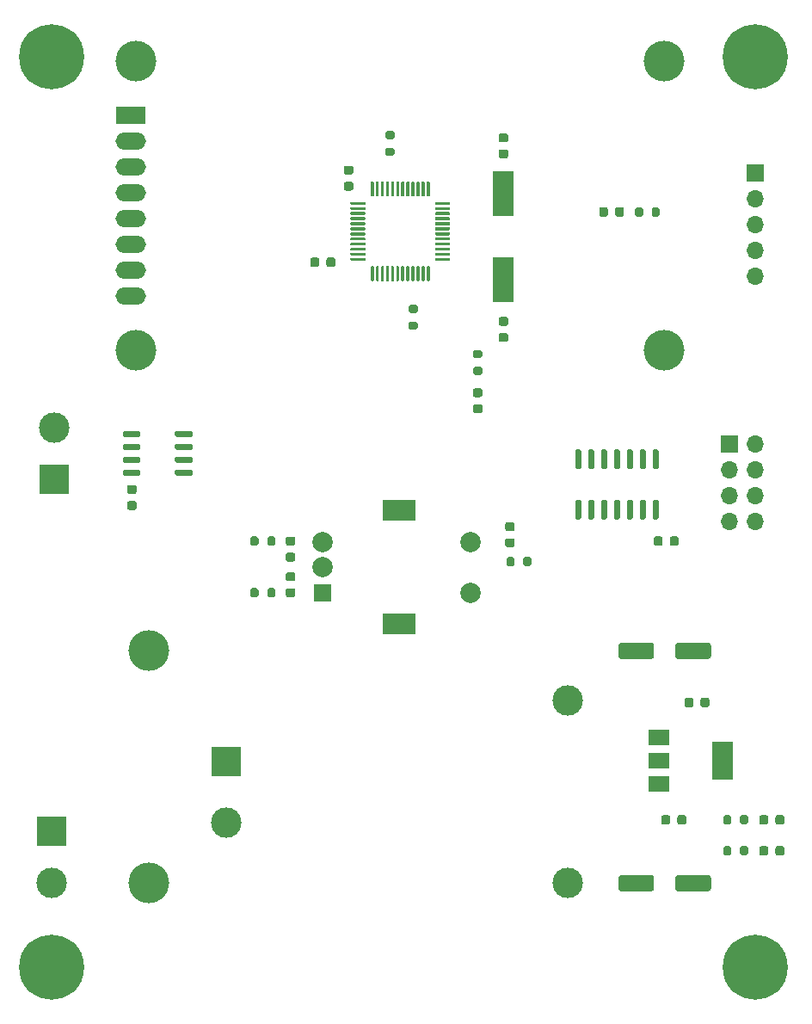
<source format=gts>
%TF.GenerationSoftware,KiCad,Pcbnew,5.1.8*%
%TF.CreationDate,2021-01-05T14:46:37+01:00*%
%TF.ProjectId,reflow-controller,7265666c-6f77-42d6-936f-6e74726f6c6c,rev?*%
%TF.SameCoordinates,Original*%
%TF.FileFunction,Soldermask,Top*%
%TF.FilePolarity,Negative*%
%FSLAX46Y46*%
G04 Gerber Fmt 4.6, Leading zero omitted, Abs format (unit mm)*
G04 Created by KiCad (PCBNEW 5.1.8) date 2021-01-05 14:46:37*
%MOMM*%
%LPD*%
G01*
G04 APERTURE LIST*
%ADD10O,3.000000X1.700000*%
%ADD11R,3.000000X1.700000*%
%ADD12C,4.000000*%
%ADD13C,6.400000*%
%ADD14C,3.000000*%
%ADD15R,3.000000X3.000000*%
%ADD16R,2.000000X1.500000*%
%ADD17R,2.000000X3.800000*%
%ADD18C,4.000500*%
%ADD19R,2.000000X4.500000*%
%ADD20R,1.800000X1.800000*%
%ADD21C,2.000000*%
%ADD22R,3.200000X2.000000*%
%ADD23O,1.700000X1.700000*%
%ADD24R,1.700000X1.700000*%
G04 APERTURE END LIST*
%TO.C,U1*%
G36*
G01*
X124820000Y-110180000D02*
X124820000Y-111505000D01*
G75*
G02*
X124745000Y-111580000I-75000J0D01*
G01*
X124595000Y-111580000D01*
G75*
G02*
X124520000Y-111505000I0J75000D01*
G01*
X124520000Y-110180000D01*
G75*
G02*
X124595000Y-110105000I75000J0D01*
G01*
X124745000Y-110105000D01*
G75*
G02*
X124820000Y-110180000I0J-75000D01*
G01*
G37*
G36*
G01*
X124320000Y-110180000D02*
X124320000Y-111505000D01*
G75*
G02*
X124245000Y-111580000I-75000J0D01*
G01*
X124095000Y-111580000D01*
G75*
G02*
X124020000Y-111505000I0J75000D01*
G01*
X124020000Y-110180000D01*
G75*
G02*
X124095000Y-110105000I75000J0D01*
G01*
X124245000Y-110105000D01*
G75*
G02*
X124320000Y-110180000I0J-75000D01*
G01*
G37*
G36*
G01*
X123820000Y-110180000D02*
X123820000Y-111505000D01*
G75*
G02*
X123745000Y-111580000I-75000J0D01*
G01*
X123595000Y-111580000D01*
G75*
G02*
X123520000Y-111505000I0J75000D01*
G01*
X123520000Y-110180000D01*
G75*
G02*
X123595000Y-110105000I75000J0D01*
G01*
X123745000Y-110105000D01*
G75*
G02*
X123820000Y-110180000I0J-75000D01*
G01*
G37*
G36*
G01*
X123320000Y-110180000D02*
X123320000Y-111505000D01*
G75*
G02*
X123245000Y-111580000I-75000J0D01*
G01*
X123095000Y-111580000D01*
G75*
G02*
X123020000Y-111505000I0J75000D01*
G01*
X123020000Y-110180000D01*
G75*
G02*
X123095000Y-110105000I75000J0D01*
G01*
X123245000Y-110105000D01*
G75*
G02*
X123320000Y-110180000I0J-75000D01*
G01*
G37*
G36*
G01*
X122820000Y-110180000D02*
X122820000Y-111505000D01*
G75*
G02*
X122745000Y-111580000I-75000J0D01*
G01*
X122595000Y-111580000D01*
G75*
G02*
X122520000Y-111505000I0J75000D01*
G01*
X122520000Y-110180000D01*
G75*
G02*
X122595000Y-110105000I75000J0D01*
G01*
X122745000Y-110105000D01*
G75*
G02*
X122820000Y-110180000I0J-75000D01*
G01*
G37*
G36*
G01*
X122320000Y-110180000D02*
X122320000Y-111505000D01*
G75*
G02*
X122245000Y-111580000I-75000J0D01*
G01*
X122095000Y-111580000D01*
G75*
G02*
X122020000Y-111505000I0J75000D01*
G01*
X122020000Y-110180000D01*
G75*
G02*
X122095000Y-110105000I75000J0D01*
G01*
X122245000Y-110105000D01*
G75*
G02*
X122320000Y-110180000I0J-75000D01*
G01*
G37*
G36*
G01*
X121820000Y-110180000D02*
X121820000Y-111505000D01*
G75*
G02*
X121745000Y-111580000I-75000J0D01*
G01*
X121595000Y-111580000D01*
G75*
G02*
X121520000Y-111505000I0J75000D01*
G01*
X121520000Y-110180000D01*
G75*
G02*
X121595000Y-110105000I75000J0D01*
G01*
X121745000Y-110105000D01*
G75*
G02*
X121820000Y-110180000I0J-75000D01*
G01*
G37*
G36*
G01*
X121320000Y-110180000D02*
X121320000Y-111505000D01*
G75*
G02*
X121245000Y-111580000I-75000J0D01*
G01*
X121095000Y-111580000D01*
G75*
G02*
X121020000Y-111505000I0J75000D01*
G01*
X121020000Y-110180000D01*
G75*
G02*
X121095000Y-110105000I75000J0D01*
G01*
X121245000Y-110105000D01*
G75*
G02*
X121320000Y-110180000I0J-75000D01*
G01*
G37*
G36*
G01*
X120820000Y-110180000D02*
X120820000Y-111505000D01*
G75*
G02*
X120745000Y-111580000I-75000J0D01*
G01*
X120595000Y-111580000D01*
G75*
G02*
X120520000Y-111505000I0J75000D01*
G01*
X120520000Y-110180000D01*
G75*
G02*
X120595000Y-110105000I75000J0D01*
G01*
X120745000Y-110105000D01*
G75*
G02*
X120820000Y-110180000I0J-75000D01*
G01*
G37*
G36*
G01*
X120320000Y-110180000D02*
X120320000Y-111505000D01*
G75*
G02*
X120245000Y-111580000I-75000J0D01*
G01*
X120095000Y-111580000D01*
G75*
G02*
X120020000Y-111505000I0J75000D01*
G01*
X120020000Y-110180000D01*
G75*
G02*
X120095000Y-110105000I75000J0D01*
G01*
X120245000Y-110105000D01*
G75*
G02*
X120320000Y-110180000I0J-75000D01*
G01*
G37*
G36*
G01*
X119820000Y-110180000D02*
X119820000Y-111505000D01*
G75*
G02*
X119745000Y-111580000I-75000J0D01*
G01*
X119595000Y-111580000D01*
G75*
G02*
X119520000Y-111505000I0J75000D01*
G01*
X119520000Y-110180000D01*
G75*
G02*
X119595000Y-110105000I75000J0D01*
G01*
X119745000Y-110105000D01*
G75*
G02*
X119820000Y-110180000I0J-75000D01*
G01*
G37*
G36*
G01*
X119320000Y-110180000D02*
X119320000Y-111505000D01*
G75*
G02*
X119245000Y-111580000I-75000J0D01*
G01*
X119095000Y-111580000D01*
G75*
G02*
X119020000Y-111505000I0J75000D01*
G01*
X119020000Y-110180000D01*
G75*
G02*
X119095000Y-110105000I75000J0D01*
G01*
X119245000Y-110105000D01*
G75*
G02*
X119320000Y-110180000I0J-75000D01*
G01*
G37*
G36*
G01*
X118495000Y-109355000D02*
X118495000Y-109505000D01*
G75*
G02*
X118420000Y-109580000I-75000J0D01*
G01*
X117095000Y-109580000D01*
G75*
G02*
X117020000Y-109505000I0J75000D01*
G01*
X117020000Y-109355000D01*
G75*
G02*
X117095000Y-109280000I75000J0D01*
G01*
X118420000Y-109280000D01*
G75*
G02*
X118495000Y-109355000I0J-75000D01*
G01*
G37*
G36*
G01*
X118495000Y-108855000D02*
X118495000Y-109005000D01*
G75*
G02*
X118420000Y-109080000I-75000J0D01*
G01*
X117095000Y-109080000D01*
G75*
G02*
X117020000Y-109005000I0J75000D01*
G01*
X117020000Y-108855000D01*
G75*
G02*
X117095000Y-108780000I75000J0D01*
G01*
X118420000Y-108780000D01*
G75*
G02*
X118495000Y-108855000I0J-75000D01*
G01*
G37*
G36*
G01*
X118495000Y-108355000D02*
X118495000Y-108505000D01*
G75*
G02*
X118420000Y-108580000I-75000J0D01*
G01*
X117095000Y-108580000D01*
G75*
G02*
X117020000Y-108505000I0J75000D01*
G01*
X117020000Y-108355000D01*
G75*
G02*
X117095000Y-108280000I75000J0D01*
G01*
X118420000Y-108280000D01*
G75*
G02*
X118495000Y-108355000I0J-75000D01*
G01*
G37*
G36*
G01*
X118495000Y-107855000D02*
X118495000Y-108005000D01*
G75*
G02*
X118420000Y-108080000I-75000J0D01*
G01*
X117095000Y-108080000D01*
G75*
G02*
X117020000Y-108005000I0J75000D01*
G01*
X117020000Y-107855000D01*
G75*
G02*
X117095000Y-107780000I75000J0D01*
G01*
X118420000Y-107780000D01*
G75*
G02*
X118495000Y-107855000I0J-75000D01*
G01*
G37*
G36*
G01*
X118495000Y-107355000D02*
X118495000Y-107505000D01*
G75*
G02*
X118420000Y-107580000I-75000J0D01*
G01*
X117095000Y-107580000D01*
G75*
G02*
X117020000Y-107505000I0J75000D01*
G01*
X117020000Y-107355000D01*
G75*
G02*
X117095000Y-107280000I75000J0D01*
G01*
X118420000Y-107280000D01*
G75*
G02*
X118495000Y-107355000I0J-75000D01*
G01*
G37*
G36*
G01*
X118495000Y-106855000D02*
X118495000Y-107005000D01*
G75*
G02*
X118420000Y-107080000I-75000J0D01*
G01*
X117095000Y-107080000D01*
G75*
G02*
X117020000Y-107005000I0J75000D01*
G01*
X117020000Y-106855000D01*
G75*
G02*
X117095000Y-106780000I75000J0D01*
G01*
X118420000Y-106780000D01*
G75*
G02*
X118495000Y-106855000I0J-75000D01*
G01*
G37*
G36*
G01*
X118495000Y-106355000D02*
X118495000Y-106505000D01*
G75*
G02*
X118420000Y-106580000I-75000J0D01*
G01*
X117095000Y-106580000D01*
G75*
G02*
X117020000Y-106505000I0J75000D01*
G01*
X117020000Y-106355000D01*
G75*
G02*
X117095000Y-106280000I75000J0D01*
G01*
X118420000Y-106280000D01*
G75*
G02*
X118495000Y-106355000I0J-75000D01*
G01*
G37*
G36*
G01*
X118495000Y-105855000D02*
X118495000Y-106005000D01*
G75*
G02*
X118420000Y-106080000I-75000J0D01*
G01*
X117095000Y-106080000D01*
G75*
G02*
X117020000Y-106005000I0J75000D01*
G01*
X117020000Y-105855000D01*
G75*
G02*
X117095000Y-105780000I75000J0D01*
G01*
X118420000Y-105780000D01*
G75*
G02*
X118495000Y-105855000I0J-75000D01*
G01*
G37*
G36*
G01*
X118495000Y-105355000D02*
X118495000Y-105505000D01*
G75*
G02*
X118420000Y-105580000I-75000J0D01*
G01*
X117095000Y-105580000D01*
G75*
G02*
X117020000Y-105505000I0J75000D01*
G01*
X117020000Y-105355000D01*
G75*
G02*
X117095000Y-105280000I75000J0D01*
G01*
X118420000Y-105280000D01*
G75*
G02*
X118495000Y-105355000I0J-75000D01*
G01*
G37*
G36*
G01*
X118495000Y-104855000D02*
X118495000Y-105005000D01*
G75*
G02*
X118420000Y-105080000I-75000J0D01*
G01*
X117095000Y-105080000D01*
G75*
G02*
X117020000Y-105005000I0J75000D01*
G01*
X117020000Y-104855000D01*
G75*
G02*
X117095000Y-104780000I75000J0D01*
G01*
X118420000Y-104780000D01*
G75*
G02*
X118495000Y-104855000I0J-75000D01*
G01*
G37*
G36*
G01*
X118495000Y-104355000D02*
X118495000Y-104505000D01*
G75*
G02*
X118420000Y-104580000I-75000J0D01*
G01*
X117095000Y-104580000D01*
G75*
G02*
X117020000Y-104505000I0J75000D01*
G01*
X117020000Y-104355000D01*
G75*
G02*
X117095000Y-104280000I75000J0D01*
G01*
X118420000Y-104280000D01*
G75*
G02*
X118495000Y-104355000I0J-75000D01*
G01*
G37*
G36*
G01*
X118495000Y-103855000D02*
X118495000Y-104005000D01*
G75*
G02*
X118420000Y-104080000I-75000J0D01*
G01*
X117095000Y-104080000D01*
G75*
G02*
X117020000Y-104005000I0J75000D01*
G01*
X117020000Y-103855000D01*
G75*
G02*
X117095000Y-103780000I75000J0D01*
G01*
X118420000Y-103780000D01*
G75*
G02*
X118495000Y-103855000I0J-75000D01*
G01*
G37*
G36*
G01*
X119320000Y-101855000D02*
X119320000Y-103180000D01*
G75*
G02*
X119245000Y-103255000I-75000J0D01*
G01*
X119095000Y-103255000D01*
G75*
G02*
X119020000Y-103180000I0J75000D01*
G01*
X119020000Y-101855000D01*
G75*
G02*
X119095000Y-101780000I75000J0D01*
G01*
X119245000Y-101780000D01*
G75*
G02*
X119320000Y-101855000I0J-75000D01*
G01*
G37*
G36*
G01*
X119820000Y-101855000D02*
X119820000Y-103180000D01*
G75*
G02*
X119745000Y-103255000I-75000J0D01*
G01*
X119595000Y-103255000D01*
G75*
G02*
X119520000Y-103180000I0J75000D01*
G01*
X119520000Y-101855000D01*
G75*
G02*
X119595000Y-101780000I75000J0D01*
G01*
X119745000Y-101780000D01*
G75*
G02*
X119820000Y-101855000I0J-75000D01*
G01*
G37*
G36*
G01*
X120320000Y-101855000D02*
X120320000Y-103180000D01*
G75*
G02*
X120245000Y-103255000I-75000J0D01*
G01*
X120095000Y-103255000D01*
G75*
G02*
X120020000Y-103180000I0J75000D01*
G01*
X120020000Y-101855000D01*
G75*
G02*
X120095000Y-101780000I75000J0D01*
G01*
X120245000Y-101780000D01*
G75*
G02*
X120320000Y-101855000I0J-75000D01*
G01*
G37*
G36*
G01*
X120820000Y-101855000D02*
X120820000Y-103180000D01*
G75*
G02*
X120745000Y-103255000I-75000J0D01*
G01*
X120595000Y-103255000D01*
G75*
G02*
X120520000Y-103180000I0J75000D01*
G01*
X120520000Y-101855000D01*
G75*
G02*
X120595000Y-101780000I75000J0D01*
G01*
X120745000Y-101780000D01*
G75*
G02*
X120820000Y-101855000I0J-75000D01*
G01*
G37*
G36*
G01*
X121320000Y-101855000D02*
X121320000Y-103180000D01*
G75*
G02*
X121245000Y-103255000I-75000J0D01*
G01*
X121095000Y-103255000D01*
G75*
G02*
X121020000Y-103180000I0J75000D01*
G01*
X121020000Y-101855000D01*
G75*
G02*
X121095000Y-101780000I75000J0D01*
G01*
X121245000Y-101780000D01*
G75*
G02*
X121320000Y-101855000I0J-75000D01*
G01*
G37*
G36*
G01*
X121820000Y-101855000D02*
X121820000Y-103180000D01*
G75*
G02*
X121745000Y-103255000I-75000J0D01*
G01*
X121595000Y-103255000D01*
G75*
G02*
X121520000Y-103180000I0J75000D01*
G01*
X121520000Y-101855000D01*
G75*
G02*
X121595000Y-101780000I75000J0D01*
G01*
X121745000Y-101780000D01*
G75*
G02*
X121820000Y-101855000I0J-75000D01*
G01*
G37*
G36*
G01*
X122320000Y-101855000D02*
X122320000Y-103180000D01*
G75*
G02*
X122245000Y-103255000I-75000J0D01*
G01*
X122095000Y-103255000D01*
G75*
G02*
X122020000Y-103180000I0J75000D01*
G01*
X122020000Y-101855000D01*
G75*
G02*
X122095000Y-101780000I75000J0D01*
G01*
X122245000Y-101780000D01*
G75*
G02*
X122320000Y-101855000I0J-75000D01*
G01*
G37*
G36*
G01*
X122820000Y-101855000D02*
X122820000Y-103180000D01*
G75*
G02*
X122745000Y-103255000I-75000J0D01*
G01*
X122595000Y-103255000D01*
G75*
G02*
X122520000Y-103180000I0J75000D01*
G01*
X122520000Y-101855000D01*
G75*
G02*
X122595000Y-101780000I75000J0D01*
G01*
X122745000Y-101780000D01*
G75*
G02*
X122820000Y-101855000I0J-75000D01*
G01*
G37*
G36*
G01*
X123320000Y-101855000D02*
X123320000Y-103180000D01*
G75*
G02*
X123245000Y-103255000I-75000J0D01*
G01*
X123095000Y-103255000D01*
G75*
G02*
X123020000Y-103180000I0J75000D01*
G01*
X123020000Y-101855000D01*
G75*
G02*
X123095000Y-101780000I75000J0D01*
G01*
X123245000Y-101780000D01*
G75*
G02*
X123320000Y-101855000I0J-75000D01*
G01*
G37*
G36*
G01*
X123820000Y-101855000D02*
X123820000Y-103180000D01*
G75*
G02*
X123745000Y-103255000I-75000J0D01*
G01*
X123595000Y-103255000D01*
G75*
G02*
X123520000Y-103180000I0J75000D01*
G01*
X123520000Y-101855000D01*
G75*
G02*
X123595000Y-101780000I75000J0D01*
G01*
X123745000Y-101780000D01*
G75*
G02*
X123820000Y-101855000I0J-75000D01*
G01*
G37*
G36*
G01*
X124320000Y-101855000D02*
X124320000Y-103180000D01*
G75*
G02*
X124245000Y-103255000I-75000J0D01*
G01*
X124095000Y-103255000D01*
G75*
G02*
X124020000Y-103180000I0J75000D01*
G01*
X124020000Y-101855000D01*
G75*
G02*
X124095000Y-101780000I75000J0D01*
G01*
X124245000Y-101780000D01*
G75*
G02*
X124320000Y-101855000I0J-75000D01*
G01*
G37*
G36*
G01*
X124820000Y-101855000D02*
X124820000Y-103180000D01*
G75*
G02*
X124745000Y-103255000I-75000J0D01*
G01*
X124595000Y-103255000D01*
G75*
G02*
X124520000Y-103180000I0J75000D01*
G01*
X124520000Y-101855000D01*
G75*
G02*
X124595000Y-101780000I75000J0D01*
G01*
X124745000Y-101780000D01*
G75*
G02*
X124820000Y-101855000I0J-75000D01*
G01*
G37*
G36*
G01*
X126820000Y-103855000D02*
X126820000Y-104005000D01*
G75*
G02*
X126745000Y-104080000I-75000J0D01*
G01*
X125420000Y-104080000D01*
G75*
G02*
X125345000Y-104005000I0J75000D01*
G01*
X125345000Y-103855000D01*
G75*
G02*
X125420000Y-103780000I75000J0D01*
G01*
X126745000Y-103780000D01*
G75*
G02*
X126820000Y-103855000I0J-75000D01*
G01*
G37*
G36*
G01*
X126820000Y-104355000D02*
X126820000Y-104505000D01*
G75*
G02*
X126745000Y-104580000I-75000J0D01*
G01*
X125420000Y-104580000D01*
G75*
G02*
X125345000Y-104505000I0J75000D01*
G01*
X125345000Y-104355000D01*
G75*
G02*
X125420000Y-104280000I75000J0D01*
G01*
X126745000Y-104280000D01*
G75*
G02*
X126820000Y-104355000I0J-75000D01*
G01*
G37*
G36*
G01*
X126820000Y-104855000D02*
X126820000Y-105005000D01*
G75*
G02*
X126745000Y-105080000I-75000J0D01*
G01*
X125420000Y-105080000D01*
G75*
G02*
X125345000Y-105005000I0J75000D01*
G01*
X125345000Y-104855000D01*
G75*
G02*
X125420000Y-104780000I75000J0D01*
G01*
X126745000Y-104780000D01*
G75*
G02*
X126820000Y-104855000I0J-75000D01*
G01*
G37*
G36*
G01*
X126820000Y-105355000D02*
X126820000Y-105505000D01*
G75*
G02*
X126745000Y-105580000I-75000J0D01*
G01*
X125420000Y-105580000D01*
G75*
G02*
X125345000Y-105505000I0J75000D01*
G01*
X125345000Y-105355000D01*
G75*
G02*
X125420000Y-105280000I75000J0D01*
G01*
X126745000Y-105280000D01*
G75*
G02*
X126820000Y-105355000I0J-75000D01*
G01*
G37*
G36*
G01*
X126820000Y-105855000D02*
X126820000Y-106005000D01*
G75*
G02*
X126745000Y-106080000I-75000J0D01*
G01*
X125420000Y-106080000D01*
G75*
G02*
X125345000Y-106005000I0J75000D01*
G01*
X125345000Y-105855000D01*
G75*
G02*
X125420000Y-105780000I75000J0D01*
G01*
X126745000Y-105780000D01*
G75*
G02*
X126820000Y-105855000I0J-75000D01*
G01*
G37*
G36*
G01*
X126820000Y-106355000D02*
X126820000Y-106505000D01*
G75*
G02*
X126745000Y-106580000I-75000J0D01*
G01*
X125420000Y-106580000D01*
G75*
G02*
X125345000Y-106505000I0J75000D01*
G01*
X125345000Y-106355000D01*
G75*
G02*
X125420000Y-106280000I75000J0D01*
G01*
X126745000Y-106280000D01*
G75*
G02*
X126820000Y-106355000I0J-75000D01*
G01*
G37*
G36*
G01*
X126820000Y-106855000D02*
X126820000Y-107005000D01*
G75*
G02*
X126745000Y-107080000I-75000J0D01*
G01*
X125420000Y-107080000D01*
G75*
G02*
X125345000Y-107005000I0J75000D01*
G01*
X125345000Y-106855000D01*
G75*
G02*
X125420000Y-106780000I75000J0D01*
G01*
X126745000Y-106780000D01*
G75*
G02*
X126820000Y-106855000I0J-75000D01*
G01*
G37*
G36*
G01*
X126820000Y-107355000D02*
X126820000Y-107505000D01*
G75*
G02*
X126745000Y-107580000I-75000J0D01*
G01*
X125420000Y-107580000D01*
G75*
G02*
X125345000Y-107505000I0J75000D01*
G01*
X125345000Y-107355000D01*
G75*
G02*
X125420000Y-107280000I75000J0D01*
G01*
X126745000Y-107280000D01*
G75*
G02*
X126820000Y-107355000I0J-75000D01*
G01*
G37*
G36*
G01*
X126820000Y-107855000D02*
X126820000Y-108005000D01*
G75*
G02*
X126745000Y-108080000I-75000J0D01*
G01*
X125420000Y-108080000D01*
G75*
G02*
X125345000Y-108005000I0J75000D01*
G01*
X125345000Y-107855000D01*
G75*
G02*
X125420000Y-107780000I75000J0D01*
G01*
X126745000Y-107780000D01*
G75*
G02*
X126820000Y-107855000I0J-75000D01*
G01*
G37*
G36*
G01*
X126820000Y-108355000D02*
X126820000Y-108505000D01*
G75*
G02*
X126745000Y-108580000I-75000J0D01*
G01*
X125420000Y-108580000D01*
G75*
G02*
X125345000Y-108505000I0J75000D01*
G01*
X125345000Y-108355000D01*
G75*
G02*
X125420000Y-108280000I75000J0D01*
G01*
X126745000Y-108280000D01*
G75*
G02*
X126820000Y-108355000I0J-75000D01*
G01*
G37*
G36*
G01*
X126820000Y-108855000D02*
X126820000Y-109005000D01*
G75*
G02*
X126745000Y-109080000I-75000J0D01*
G01*
X125420000Y-109080000D01*
G75*
G02*
X125345000Y-109005000I0J75000D01*
G01*
X125345000Y-108855000D01*
G75*
G02*
X125420000Y-108780000I75000J0D01*
G01*
X126745000Y-108780000D01*
G75*
G02*
X126820000Y-108855000I0J-75000D01*
G01*
G37*
G36*
G01*
X126820000Y-109355000D02*
X126820000Y-109505000D01*
G75*
G02*
X126745000Y-109580000I-75000J0D01*
G01*
X125420000Y-109580000D01*
G75*
G02*
X125345000Y-109505000I0J75000D01*
G01*
X125345000Y-109355000D01*
G75*
G02*
X125420000Y-109280000I75000J0D01*
G01*
X126745000Y-109280000D01*
G75*
G02*
X126820000Y-109355000I0J-75000D01*
G01*
G37*
%TD*%
D10*
%TO.C,J4*%
X95420000Y-113030000D03*
X95420000Y-110490000D03*
X95420000Y-107950000D03*
D11*
X95420000Y-95250000D03*
D10*
X95420000Y-97790000D03*
X95420000Y-100330000D03*
X95420000Y-102870000D03*
X95420000Y-105410000D03*
D12*
X147920000Y-118390000D03*
X147920000Y-89890000D03*
X95920000Y-118390000D03*
X95920000Y-89890000D03*
%TD*%
%TO.C,R9*%
G36*
G01*
X133179000Y-138917000D02*
X133179000Y-139467000D01*
G75*
G02*
X132979000Y-139667000I-200000J0D01*
G01*
X132579000Y-139667000D01*
G75*
G02*
X132379000Y-139467000I0J200000D01*
G01*
X132379000Y-138917000D01*
G75*
G02*
X132579000Y-138717000I200000J0D01*
G01*
X132979000Y-138717000D01*
G75*
G02*
X133179000Y-138917000I0J-200000D01*
G01*
G37*
G36*
G01*
X134829000Y-138917000D02*
X134829000Y-139467000D01*
G75*
G02*
X134629000Y-139667000I-200000J0D01*
G01*
X134229000Y-139667000D01*
G75*
G02*
X134029000Y-139467000I0J200000D01*
G01*
X134029000Y-138917000D01*
G75*
G02*
X134229000Y-138717000I200000J0D01*
G01*
X134629000Y-138717000D01*
G75*
G02*
X134829000Y-138917000I0J-200000D01*
G01*
G37*
%TD*%
%TO.C,R8*%
G36*
G01*
X108820000Y-137435000D02*
X108820000Y-136885000D01*
G75*
G02*
X109020000Y-136685000I200000J0D01*
G01*
X109420000Y-136685000D01*
G75*
G02*
X109620000Y-136885000I0J-200000D01*
G01*
X109620000Y-137435000D01*
G75*
G02*
X109420000Y-137635000I-200000J0D01*
G01*
X109020000Y-137635000D01*
G75*
G02*
X108820000Y-137435000I0J200000D01*
G01*
G37*
G36*
G01*
X107170000Y-137435000D02*
X107170000Y-136885000D01*
G75*
G02*
X107370000Y-136685000I200000J0D01*
G01*
X107770000Y-136685000D01*
G75*
G02*
X107970000Y-136885000I0J-200000D01*
G01*
X107970000Y-137435000D01*
G75*
G02*
X107770000Y-137635000I-200000J0D01*
G01*
X107370000Y-137635000D01*
G75*
G02*
X107170000Y-137435000I0J200000D01*
G01*
G37*
%TD*%
%TO.C,R7*%
G36*
G01*
X108820000Y-142515000D02*
X108820000Y-141965000D01*
G75*
G02*
X109020000Y-141765000I200000J0D01*
G01*
X109420000Y-141765000D01*
G75*
G02*
X109620000Y-141965000I0J-200000D01*
G01*
X109620000Y-142515000D01*
G75*
G02*
X109420000Y-142715000I-200000J0D01*
G01*
X109020000Y-142715000D01*
G75*
G02*
X108820000Y-142515000I0J200000D01*
G01*
G37*
G36*
G01*
X107170000Y-142515000D02*
X107170000Y-141965000D01*
G75*
G02*
X107370000Y-141765000I200000J0D01*
G01*
X107770000Y-141765000D01*
G75*
G02*
X107970000Y-141965000I0J-200000D01*
G01*
X107970000Y-142515000D01*
G75*
G02*
X107770000Y-142715000I-200000J0D01*
G01*
X107370000Y-142715000D01*
G75*
G02*
X107170000Y-142515000I0J200000D01*
G01*
G37*
%TD*%
%TO.C,R6*%
G36*
G01*
X155365000Y-164867000D02*
X155365000Y-164317000D01*
G75*
G02*
X155565000Y-164117000I200000J0D01*
G01*
X155965000Y-164117000D01*
G75*
G02*
X156165000Y-164317000I0J-200000D01*
G01*
X156165000Y-164867000D01*
G75*
G02*
X155965000Y-165067000I-200000J0D01*
G01*
X155565000Y-165067000D01*
G75*
G02*
X155365000Y-164867000I0J200000D01*
G01*
G37*
G36*
G01*
X153715000Y-164867000D02*
X153715000Y-164317000D01*
G75*
G02*
X153915000Y-164117000I200000J0D01*
G01*
X154315000Y-164117000D01*
G75*
G02*
X154515000Y-164317000I0J-200000D01*
G01*
X154515000Y-164867000D01*
G75*
G02*
X154315000Y-165067000I-200000J0D01*
G01*
X153915000Y-165067000D01*
G75*
G02*
X153715000Y-164867000I0J200000D01*
G01*
G37*
%TD*%
%TO.C,R5*%
G36*
G01*
X155365000Y-167915000D02*
X155365000Y-167365000D01*
G75*
G02*
X155565000Y-167165000I200000J0D01*
G01*
X155965000Y-167165000D01*
G75*
G02*
X156165000Y-167365000I0J-200000D01*
G01*
X156165000Y-167915000D01*
G75*
G02*
X155965000Y-168115000I-200000J0D01*
G01*
X155565000Y-168115000D01*
G75*
G02*
X155365000Y-167915000I0J200000D01*
G01*
G37*
G36*
G01*
X153715000Y-167915000D02*
X153715000Y-167365000D01*
G75*
G02*
X153915000Y-167165000I200000J0D01*
G01*
X154315000Y-167165000D01*
G75*
G02*
X154515000Y-167365000I0J-200000D01*
G01*
X154515000Y-167915000D01*
G75*
G02*
X154315000Y-168115000I-200000J0D01*
G01*
X153915000Y-168115000D01*
G75*
G02*
X153715000Y-167915000I0J200000D01*
G01*
G37*
%TD*%
%TO.C,R4*%
G36*
G01*
X129265000Y-119995000D02*
X129815000Y-119995000D01*
G75*
G02*
X130015000Y-120195000I0J-200000D01*
G01*
X130015000Y-120595000D01*
G75*
G02*
X129815000Y-120795000I-200000J0D01*
G01*
X129265000Y-120795000D01*
G75*
G02*
X129065000Y-120595000I0J200000D01*
G01*
X129065000Y-120195000D01*
G75*
G02*
X129265000Y-119995000I200000J0D01*
G01*
G37*
G36*
G01*
X129265000Y-118345000D02*
X129815000Y-118345000D01*
G75*
G02*
X130015000Y-118545000I0J-200000D01*
G01*
X130015000Y-118945000D01*
G75*
G02*
X129815000Y-119145000I-200000J0D01*
G01*
X129265000Y-119145000D01*
G75*
G02*
X129065000Y-118945000I0J200000D01*
G01*
X129065000Y-118545000D01*
G75*
G02*
X129265000Y-118345000I200000J0D01*
G01*
G37*
%TD*%
%TO.C,R3*%
G36*
G01*
X122915000Y-115550000D02*
X123465000Y-115550000D01*
G75*
G02*
X123665000Y-115750000I0J-200000D01*
G01*
X123665000Y-116150000D01*
G75*
G02*
X123465000Y-116350000I-200000J0D01*
G01*
X122915000Y-116350000D01*
G75*
G02*
X122715000Y-116150000I0J200000D01*
G01*
X122715000Y-115750000D01*
G75*
G02*
X122915000Y-115550000I200000J0D01*
G01*
G37*
G36*
G01*
X122915000Y-113900000D02*
X123465000Y-113900000D01*
G75*
G02*
X123665000Y-114100000I0J-200000D01*
G01*
X123665000Y-114500000D01*
G75*
G02*
X123465000Y-114700000I-200000J0D01*
G01*
X122915000Y-114700000D01*
G75*
G02*
X122715000Y-114500000I0J200000D01*
G01*
X122715000Y-114100000D01*
G75*
G02*
X122915000Y-113900000I200000J0D01*
G01*
G37*
%TD*%
%TO.C,R2*%
G36*
G01*
X121179000Y-97619000D02*
X120629000Y-97619000D01*
G75*
G02*
X120429000Y-97419000I0J200000D01*
G01*
X120429000Y-97019000D01*
G75*
G02*
X120629000Y-96819000I200000J0D01*
G01*
X121179000Y-96819000D01*
G75*
G02*
X121379000Y-97019000I0J-200000D01*
G01*
X121379000Y-97419000D01*
G75*
G02*
X121179000Y-97619000I-200000J0D01*
G01*
G37*
G36*
G01*
X121179000Y-99269000D02*
X120629000Y-99269000D01*
G75*
G02*
X120429000Y-99069000I0J200000D01*
G01*
X120429000Y-98669000D01*
G75*
G02*
X120629000Y-98469000I200000J0D01*
G01*
X121179000Y-98469000D01*
G75*
G02*
X121379000Y-98669000I0J-200000D01*
G01*
X121379000Y-99069000D01*
G75*
G02*
X121179000Y-99269000I-200000J0D01*
G01*
G37*
%TD*%
%TO.C,R1*%
G36*
G01*
X145815000Y-104500000D02*
X145815000Y-105050000D01*
G75*
G02*
X145615000Y-105250000I-200000J0D01*
G01*
X145215000Y-105250000D01*
G75*
G02*
X145015000Y-105050000I0J200000D01*
G01*
X145015000Y-104500000D01*
G75*
G02*
X145215000Y-104300000I200000J0D01*
G01*
X145615000Y-104300000D01*
G75*
G02*
X145815000Y-104500000I0J-200000D01*
G01*
G37*
G36*
G01*
X147465000Y-104500000D02*
X147465000Y-105050000D01*
G75*
G02*
X147265000Y-105250000I-200000J0D01*
G01*
X146865000Y-105250000D01*
G75*
G02*
X146665000Y-105050000I0J200000D01*
G01*
X146665000Y-104500000D01*
G75*
G02*
X146865000Y-104300000I200000J0D01*
G01*
X147265000Y-104300000D01*
G75*
G02*
X147465000Y-104500000I0J-200000D01*
G01*
G37*
%TD*%
D13*
%TO.C,REF\u002A\u002A*%
X87630000Y-89535000D03*
%TD*%
%TO.C,REF\u002A\u002A*%
X156845000Y-89535000D03*
%TD*%
%TO.C,REF\u002A\u002A*%
X156845000Y-179070000D03*
%TD*%
%TO.C,REF\u002A\u002A*%
X87630000Y-179070000D03*
%TD*%
D14*
%TO.C,PS1*%
X138375000Y-170815000D03*
X138375000Y-152815000D03*
X104775000Y-164815000D03*
D15*
X104775000Y-158815000D03*
%TD*%
%TO.C,U3*%
G36*
G01*
X146916000Y-133072000D02*
X147216000Y-133072000D01*
G75*
G02*
X147366000Y-133222000I0J-150000D01*
G01*
X147366000Y-134872000D01*
G75*
G02*
X147216000Y-135022000I-150000J0D01*
G01*
X146916000Y-135022000D01*
G75*
G02*
X146766000Y-134872000I0J150000D01*
G01*
X146766000Y-133222000D01*
G75*
G02*
X146916000Y-133072000I150000J0D01*
G01*
G37*
G36*
G01*
X145646000Y-133072000D02*
X145946000Y-133072000D01*
G75*
G02*
X146096000Y-133222000I0J-150000D01*
G01*
X146096000Y-134872000D01*
G75*
G02*
X145946000Y-135022000I-150000J0D01*
G01*
X145646000Y-135022000D01*
G75*
G02*
X145496000Y-134872000I0J150000D01*
G01*
X145496000Y-133222000D01*
G75*
G02*
X145646000Y-133072000I150000J0D01*
G01*
G37*
G36*
G01*
X144376000Y-133072000D02*
X144676000Y-133072000D01*
G75*
G02*
X144826000Y-133222000I0J-150000D01*
G01*
X144826000Y-134872000D01*
G75*
G02*
X144676000Y-135022000I-150000J0D01*
G01*
X144376000Y-135022000D01*
G75*
G02*
X144226000Y-134872000I0J150000D01*
G01*
X144226000Y-133222000D01*
G75*
G02*
X144376000Y-133072000I150000J0D01*
G01*
G37*
G36*
G01*
X143106000Y-133072000D02*
X143406000Y-133072000D01*
G75*
G02*
X143556000Y-133222000I0J-150000D01*
G01*
X143556000Y-134872000D01*
G75*
G02*
X143406000Y-135022000I-150000J0D01*
G01*
X143106000Y-135022000D01*
G75*
G02*
X142956000Y-134872000I0J150000D01*
G01*
X142956000Y-133222000D01*
G75*
G02*
X143106000Y-133072000I150000J0D01*
G01*
G37*
G36*
G01*
X141836000Y-133072000D02*
X142136000Y-133072000D01*
G75*
G02*
X142286000Y-133222000I0J-150000D01*
G01*
X142286000Y-134872000D01*
G75*
G02*
X142136000Y-135022000I-150000J0D01*
G01*
X141836000Y-135022000D01*
G75*
G02*
X141686000Y-134872000I0J150000D01*
G01*
X141686000Y-133222000D01*
G75*
G02*
X141836000Y-133072000I150000J0D01*
G01*
G37*
G36*
G01*
X140566000Y-133072000D02*
X140866000Y-133072000D01*
G75*
G02*
X141016000Y-133222000I0J-150000D01*
G01*
X141016000Y-134872000D01*
G75*
G02*
X140866000Y-135022000I-150000J0D01*
G01*
X140566000Y-135022000D01*
G75*
G02*
X140416000Y-134872000I0J150000D01*
G01*
X140416000Y-133222000D01*
G75*
G02*
X140566000Y-133072000I150000J0D01*
G01*
G37*
G36*
G01*
X139296000Y-133072000D02*
X139596000Y-133072000D01*
G75*
G02*
X139746000Y-133222000I0J-150000D01*
G01*
X139746000Y-134872000D01*
G75*
G02*
X139596000Y-135022000I-150000J0D01*
G01*
X139296000Y-135022000D01*
G75*
G02*
X139146000Y-134872000I0J150000D01*
G01*
X139146000Y-133222000D01*
G75*
G02*
X139296000Y-133072000I150000J0D01*
G01*
G37*
G36*
G01*
X139296000Y-128122000D02*
X139596000Y-128122000D01*
G75*
G02*
X139746000Y-128272000I0J-150000D01*
G01*
X139746000Y-129922000D01*
G75*
G02*
X139596000Y-130072000I-150000J0D01*
G01*
X139296000Y-130072000D01*
G75*
G02*
X139146000Y-129922000I0J150000D01*
G01*
X139146000Y-128272000D01*
G75*
G02*
X139296000Y-128122000I150000J0D01*
G01*
G37*
G36*
G01*
X140566000Y-128122000D02*
X140866000Y-128122000D01*
G75*
G02*
X141016000Y-128272000I0J-150000D01*
G01*
X141016000Y-129922000D01*
G75*
G02*
X140866000Y-130072000I-150000J0D01*
G01*
X140566000Y-130072000D01*
G75*
G02*
X140416000Y-129922000I0J150000D01*
G01*
X140416000Y-128272000D01*
G75*
G02*
X140566000Y-128122000I150000J0D01*
G01*
G37*
G36*
G01*
X141836000Y-128122000D02*
X142136000Y-128122000D01*
G75*
G02*
X142286000Y-128272000I0J-150000D01*
G01*
X142286000Y-129922000D01*
G75*
G02*
X142136000Y-130072000I-150000J0D01*
G01*
X141836000Y-130072000D01*
G75*
G02*
X141686000Y-129922000I0J150000D01*
G01*
X141686000Y-128272000D01*
G75*
G02*
X141836000Y-128122000I150000J0D01*
G01*
G37*
G36*
G01*
X143106000Y-128122000D02*
X143406000Y-128122000D01*
G75*
G02*
X143556000Y-128272000I0J-150000D01*
G01*
X143556000Y-129922000D01*
G75*
G02*
X143406000Y-130072000I-150000J0D01*
G01*
X143106000Y-130072000D01*
G75*
G02*
X142956000Y-129922000I0J150000D01*
G01*
X142956000Y-128272000D01*
G75*
G02*
X143106000Y-128122000I150000J0D01*
G01*
G37*
G36*
G01*
X144376000Y-128122000D02*
X144676000Y-128122000D01*
G75*
G02*
X144826000Y-128272000I0J-150000D01*
G01*
X144826000Y-129922000D01*
G75*
G02*
X144676000Y-130072000I-150000J0D01*
G01*
X144376000Y-130072000D01*
G75*
G02*
X144226000Y-129922000I0J150000D01*
G01*
X144226000Y-128272000D01*
G75*
G02*
X144376000Y-128122000I150000J0D01*
G01*
G37*
G36*
G01*
X145646000Y-128122000D02*
X145946000Y-128122000D01*
G75*
G02*
X146096000Y-128272000I0J-150000D01*
G01*
X146096000Y-129922000D01*
G75*
G02*
X145946000Y-130072000I-150000J0D01*
G01*
X145646000Y-130072000D01*
G75*
G02*
X145496000Y-129922000I0J150000D01*
G01*
X145496000Y-128272000D01*
G75*
G02*
X145646000Y-128122000I150000J0D01*
G01*
G37*
G36*
G01*
X146916000Y-128122000D02*
X147216000Y-128122000D01*
G75*
G02*
X147366000Y-128272000I0J-150000D01*
G01*
X147366000Y-129922000D01*
G75*
G02*
X147216000Y-130072000I-150000J0D01*
G01*
X146916000Y-130072000D01*
G75*
G02*
X146766000Y-129922000I0J150000D01*
G01*
X146766000Y-128272000D01*
G75*
G02*
X146916000Y-128122000I150000J0D01*
G01*
G37*
%TD*%
D16*
%TO.C,U2*%
X147345000Y-156450000D03*
X147345000Y-161050000D03*
X147345000Y-158750000D03*
D17*
X153645000Y-158750000D03*
%TD*%
D18*
%TO.C,F1*%
X97155000Y-147955000D03*
X97155000Y-170815000D03*
%TD*%
D14*
%TO.C,J2*%
X87630000Y-170815000D03*
D15*
X87630000Y-165735000D03*
%TD*%
D19*
%TO.C,Y1*%
X132080000Y-102938000D03*
X132080000Y-111438000D03*
%TD*%
%TO.C,U4*%
G36*
G01*
X99744000Y-126769000D02*
X99744000Y-126469000D01*
G75*
G02*
X99894000Y-126319000I150000J0D01*
G01*
X101344000Y-126319000D01*
G75*
G02*
X101494000Y-126469000I0J-150000D01*
G01*
X101494000Y-126769000D01*
G75*
G02*
X101344000Y-126919000I-150000J0D01*
G01*
X99894000Y-126919000D01*
G75*
G02*
X99744000Y-126769000I0J150000D01*
G01*
G37*
G36*
G01*
X99744000Y-128039000D02*
X99744000Y-127739000D01*
G75*
G02*
X99894000Y-127589000I150000J0D01*
G01*
X101344000Y-127589000D01*
G75*
G02*
X101494000Y-127739000I0J-150000D01*
G01*
X101494000Y-128039000D01*
G75*
G02*
X101344000Y-128189000I-150000J0D01*
G01*
X99894000Y-128189000D01*
G75*
G02*
X99744000Y-128039000I0J150000D01*
G01*
G37*
G36*
G01*
X99744000Y-129309000D02*
X99744000Y-129009000D01*
G75*
G02*
X99894000Y-128859000I150000J0D01*
G01*
X101344000Y-128859000D01*
G75*
G02*
X101494000Y-129009000I0J-150000D01*
G01*
X101494000Y-129309000D01*
G75*
G02*
X101344000Y-129459000I-150000J0D01*
G01*
X99894000Y-129459000D01*
G75*
G02*
X99744000Y-129309000I0J150000D01*
G01*
G37*
G36*
G01*
X99744000Y-130579000D02*
X99744000Y-130279000D01*
G75*
G02*
X99894000Y-130129000I150000J0D01*
G01*
X101344000Y-130129000D01*
G75*
G02*
X101494000Y-130279000I0J-150000D01*
G01*
X101494000Y-130579000D01*
G75*
G02*
X101344000Y-130729000I-150000J0D01*
G01*
X99894000Y-130729000D01*
G75*
G02*
X99744000Y-130579000I0J150000D01*
G01*
G37*
G36*
G01*
X94594000Y-130579000D02*
X94594000Y-130279000D01*
G75*
G02*
X94744000Y-130129000I150000J0D01*
G01*
X96194000Y-130129000D01*
G75*
G02*
X96344000Y-130279000I0J-150000D01*
G01*
X96344000Y-130579000D01*
G75*
G02*
X96194000Y-130729000I-150000J0D01*
G01*
X94744000Y-130729000D01*
G75*
G02*
X94594000Y-130579000I0J150000D01*
G01*
G37*
G36*
G01*
X94594000Y-129309000D02*
X94594000Y-129009000D01*
G75*
G02*
X94744000Y-128859000I150000J0D01*
G01*
X96194000Y-128859000D01*
G75*
G02*
X96344000Y-129009000I0J-150000D01*
G01*
X96344000Y-129309000D01*
G75*
G02*
X96194000Y-129459000I-150000J0D01*
G01*
X94744000Y-129459000D01*
G75*
G02*
X94594000Y-129309000I0J150000D01*
G01*
G37*
G36*
G01*
X94594000Y-128039000D02*
X94594000Y-127739000D01*
G75*
G02*
X94744000Y-127589000I150000J0D01*
G01*
X96194000Y-127589000D01*
G75*
G02*
X96344000Y-127739000I0J-150000D01*
G01*
X96344000Y-128039000D01*
G75*
G02*
X96194000Y-128189000I-150000J0D01*
G01*
X94744000Y-128189000D01*
G75*
G02*
X94594000Y-128039000I0J150000D01*
G01*
G37*
G36*
G01*
X94594000Y-126769000D02*
X94594000Y-126469000D01*
G75*
G02*
X94744000Y-126319000I150000J0D01*
G01*
X96194000Y-126319000D01*
G75*
G02*
X96344000Y-126469000I0J-150000D01*
G01*
X96344000Y-126769000D01*
G75*
G02*
X96194000Y-126919000I-150000J0D01*
G01*
X94744000Y-126919000D01*
G75*
G02*
X94594000Y-126769000I0J150000D01*
G01*
G37*
%TD*%
D20*
%TO.C,SW1*%
X114300000Y-142240000D03*
D21*
X114300000Y-139740000D03*
X114300000Y-137240000D03*
D22*
X121800000Y-145340000D03*
X121800000Y-134140000D03*
D21*
X128800000Y-142240000D03*
X128800000Y-137240000D03*
%TD*%
D14*
%TO.C,J5*%
X87884000Y-125984000D03*
D15*
X87884000Y-131064000D03*
%TD*%
D23*
%TO.C,J3*%
X156845000Y-135255000D03*
X154305000Y-135255000D03*
X156845000Y-132715000D03*
X154305000Y-132715000D03*
X156845000Y-130175000D03*
X154305000Y-130175000D03*
X156845000Y-127635000D03*
D24*
X154305000Y-127635000D03*
%TD*%
D23*
%TO.C,J1*%
X156845000Y-111125000D03*
X156845000Y-108585000D03*
X156845000Y-106045000D03*
X156845000Y-103505000D03*
D24*
X156845000Y-100965000D03*
%TD*%
%TO.C,D3*%
G36*
G01*
X158146000Y-164335750D02*
X158146000Y-164848250D01*
G75*
G02*
X157927250Y-165067000I-218750J0D01*
G01*
X157489750Y-165067000D01*
G75*
G02*
X157271000Y-164848250I0J218750D01*
G01*
X157271000Y-164335750D01*
G75*
G02*
X157489750Y-164117000I218750J0D01*
G01*
X157927250Y-164117000D01*
G75*
G02*
X158146000Y-164335750I0J-218750D01*
G01*
G37*
G36*
G01*
X159721000Y-164335750D02*
X159721000Y-164848250D01*
G75*
G02*
X159502250Y-165067000I-218750J0D01*
G01*
X159064750Y-165067000D01*
G75*
G02*
X158846000Y-164848250I0J218750D01*
G01*
X158846000Y-164335750D01*
G75*
G02*
X159064750Y-164117000I218750J0D01*
G01*
X159502250Y-164117000D01*
G75*
G02*
X159721000Y-164335750I0J-218750D01*
G01*
G37*
%TD*%
%TO.C,D2*%
G36*
G01*
X158146000Y-167383750D02*
X158146000Y-167896250D01*
G75*
G02*
X157927250Y-168115000I-218750J0D01*
G01*
X157489750Y-168115000D01*
G75*
G02*
X157271000Y-167896250I0J218750D01*
G01*
X157271000Y-167383750D01*
G75*
G02*
X157489750Y-167165000I218750J0D01*
G01*
X157927250Y-167165000D01*
G75*
G02*
X158146000Y-167383750I0J-218750D01*
G01*
G37*
G36*
G01*
X159721000Y-167383750D02*
X159721000Y-167896250D01*
G75*
G02*
X159502250Y-168115000I-218750J0D01*
G01*
X159064750Y-168115000D01*
G75*
G02*
X158846000Y-167896250I0J218750D01*
G01*
X158846000Y-167383750D01*
G75*
G02*
X159064750Y-167165000I218750J0D01*
G01*
X159502250Y-167165000D01*
G75*
G02*
X159721000Y-167383750I0J-218750D01*
G01*
G37*
%TD*%
%TO.C,D1*%
G36*
G01*
X129796250Y-122992500D02*
X129283750Y-122992500D01*
G75*
G02*
X129065000Y-122773750I0J218750D01*
G01*
X129065000Y-122336250D01*
G75*
G02*
X129283750Y-122117500I218750J0D01*
G01*
X129796250Y-122117500D01*
G75*
G02*
X130015000Y-122336250I0J-218750D01*
G01*
X130015000Y-122773750D01*
G75*
G02*
X129796250Y-122992500I-218750J0D01*
G01*
G37*
G36*
G01*
X129796250Y-124567500D02*
X129283750Y-124567500D01*
G75*
G02*
X129065000Y-124348750I0J218750D01*
G01*
X129065000Y-123911250D01*
G75*
G02*
X129283750Y-123692500I218750J0D01*
G01*
X129796250Y-123692500D01*
G75*
G02*
X130015000Y-123911250I0J-218750D01*
G01*
X130015000Y-124348750D01*
G75*
G02*
X129796250Y-124567500I-218750J0D01*
G01*
G37*
%TD*%
%TO.C,C14*%
G36*
G01*
X95247750Y-133217500D02*
X95760250Y-133217500D01*
G75*
G02*
X95979000Y-133436250I0J-218750D01*
G01*
X95979000Y-133873750D01*
G75*
G02*
X95760250Y-134092500I-218750J0D01*
G01*
X95247750Y-134092500D01*
G75*
G02*
X95029000Y-133873750I0J218750D01*
G01*
X95029000Y-133436250D01*
G75*
G02*
X95247750Y-133217500I218750J0D01*
G01*
G37*
G36*
G01*
X95247750Y-131642500D02*
X95760250Y-131642500D01*
G75*
G02*
X95979000Y-131861250I0J-218750D01*
G01*
X95979000Y-132298750D01*
G75*
G02*
X95760250Y-132517500I-218750J0D01*
G01*
X95247750Y-132517500D01*
G75*
G02*
X95029000Y-132298750I0J218750D01*
G01*
X95029000Y-131861250D01*
G75*
G02*
X95247750Y-131642500I218750J0D01*
G01*
G37*
%TD*%
%TO.C,C13*%
G36*
G01*
X132971250Y-136175000D02*
X132458750Y-136175000D01*
G75*
G02*
X132240000Y-135956250I0J218750D01*
G01*
X132240000Y-135518750D01*
G75*
G02*
X132458750Y-135300000I218750J0D01*
G01*
X132971250Y-135300000D01*
G75*
G02*
X133190000Y-135518750I0J-218750D01*
G01*
X133190000Y-135956250D01*
G75*
G02*
X132971250Y-136175000I-218750J0D01*
G01*
G37*
G36*
G01*
X132971250Y-137750000D02*
X132458750Y-137750000D01*
G75*
G02*
X132240000Y-137531250I0J218750D01*
G01*
X132240000Y-137093750D01*
G75*
G02*
X132458750Y-136875000I218750J0D01*
G01*
X132971250Y-136875000D01*
G75*
G02*
X133190000Y-137093750I0J-218750D01*
G01*
X133190000Y-137531250D01*
G75*
G02*
X132971250Y-137750000I-218750J0D01*
G01*
G37*
%TD*%
%TO.C,C12*%
G36*
G01*
X110868750Y-138297500D02*
X111381250Y-138297500D01*
G75*
G02*
X111600000Y-138516250I0J-218750D01*
G01*
X111600000Y-138953750D01*
G75*
G02*
X111381250Y-139172500I-218750J0D01*
G01*
X110868750Y-139172500D01*
G75*
G02*
X110650000Y-138953750I0J218750D01*
G01*
X110650000Y-138516250D01*
G75*
G02*
X110868750Y-138297500I218750J0D01*
G01*
G37*
G36*
G01*
X110868750Y-136722500D02*
X111381250Y-136722500D01*
G75*
G02*
X111600000Y-136941250I0J-218750D01*
G01*
X111600000Y-137378750D01*
G75*
G02*
X111381250Y-137597500I-218750J0D01*
G01*
X110868750Y-137597500D01*
G75*
G02*
X110650000Y-137378750I0J218750D01*
G01*
X110650000Y-136941250D01*
G75*
G02*
X110868750Y-136722500I218750J0D01*
G01*
G37*
%TD*%
%TO.C,C11*%
G36*
G01*
X148457500Y-137416250D02*
X148457500Y-136903750D01*
G75*
G02*
X148676250Y-136685000I218750J0D01*
G01*
X149113750Y-136685000D01*
G75*
G02*
X149332500Y-136903750I0J-218750D01*
G01*
X149332500Y-137416250D01*
G75*
G02*
X149113750Y-137635000I-218750J0D01*
G01*
X148676250Y-137635000D01*
G75*
G02*
X148457500Y-137416250I0J218750D01*
G01*
G37*
G36*
G01*
X146882500Y-137416250D02*
X146882500Y-136903750D01*
G75*
G02*
X147101250Y-136685000I218750J0D01*
G01*
X147538750Y-136685000D01*
G75*
G02*
X147757500Y-136903750I0J-218750D01*
G01*
X147757500Y-137416250D01*
G75*
G02*
X147538750Y-137635000I-218750J0D01*
G01*
X147101250Y-137635000D01*
G75*
G02*
X146882500Y-137416250I0J218750D01*
G01*
G37*
%TD*%
%TO.C,C10*%
G36*
G01*
X111381250Y-141102500D02*
X110868750Y-141102500D01*
G75*
G02*
X110650000Y-140883750I0J218750D01*
G01*
X110650000Y-140446250D01*
G75*
G02*
X110868750Y-140227500I218750J0D01*
G01*
X111381250Y-140227500D01*
G75*
G02*
X111600000Y-140446250I0J-218750D01*
G01*
X111600000Y-140883750D01*
G75*
G02*
X111381250Y-141102500I-218750J0D01*
G01*
G37*
G36*
G01*
X111381250Y-142677500D02*
X110868750Y-142677500D01*
G75*
G02*
X110650000Y-142458750I0J218750D01*
G01*
X110650000Y-142021250D01*
G75*
G02*
X110868750Y-141802500I218750J0D01*
G01*
X111381250Y-141802500D01*
G75*
G02*
X111600000Y-142021250I0J-218750D01*
G01*
X111600000Y-142458750D01*
G75*
G02*
X111381250Y-142677500I-218750J0D01*
G01*
G37*
%TD*%
%TO.C,C9*%
G36*
G01*
X146905000Y-147405000D02*
X146905000Y-148505000D01*
G75*
G02*
X146655000Y-148755000I-250000J0D01*
G01*
X143655000Y-148755000D01*
G75*
G02*
X143405000Y-148505000I0J250000D01*
G01*
X143405000Y-147405000D01*
G75*
G02*
X143655000Y-147155000I250000J0D01*
G01*
X146655000Y-147155000D01*
G75*
G02*
X146905000Y-147405000I0J-250000D01*
G01*
G37*
G36*
G01*
X152505000Y-147405000D02*
X152505000Y-148505000D01*
G75*
G02*
X152255000Y-148755000I-250000J0D01*
G01*
X149255000Y-148755000D01*
G75*
G02*
X149005000Y-148505000I0J250000D01*
G01*
X149005000Y-147405000D01*
G75*
G02*
X149255000Y-147155000I250000J0D01*
G01*
X152255000Y-147155000D01*
G75*
G02*
X152505000Y-147405000I0J-250000D01*
G01*
G37*
%TD*%
%TO.C,C8*%
G36*
G01*
X150780000Y-152778750D02*
X150780000Y-153291250D01*
G75*
G02*
X150561250Y-153510000I-218750J0D01*
G01*
X150123750Y-153510000D01*
G75*
G02*
X149905000Y-153291250I0J218750D01*
G01*
X149905000Y-152778750D01*
G75*
G02*
X150123750Y-152560000I218750J0D01*
G01*
X150561250Y-152560000D01*
G75*
G02*
X150780000Y-152778750I0J-218750D01*
G01*
G37*
G36*
G01*
X152355000Y-152778750D02*
X152355000Y-153291250D01*
G75*
G02*
X152136250Y-153510000I-218750J0D01*
G01*
X151698750Y-153510000D01*
G75*
G02*
X151480000Y-153291250I0J218750D01*
G01*
X151480000Y-152778750D01*
G75*
G02*
X151698750Y-152560000I218750J0D01*
G01*
X152136250Y-152560000D01*
G75*
G02*
X152355000Y-152778750I0J-218750D01*
G01*
G37*
%TD*%
%TO.C,C7*%
G36*
G01*
X117096250Y-101097500D02*
X116583750Y-101097500D01*
G75*
G02*
X116365000Y-100878750I0J218750D01*
G01*
X116365000Y-100441250D01*
G75*
G02*
X116583750Y-100222500I218750J0D01*
G01*
X117096250Y-100222500D01*
G75*
G02*
X117315000Y-100441250I0J-218750D01*
G01*
X117315000Y-100878750D01*
G75*
G02*
X117096250Y-101097500I-218750J0D01*
G01*
G37*
G36*
G01*
X117096250Y-102672500D02*
X116583750Y-102672500D01*
G75*
G02*
X116365000Y-102453750I0J218750D01*
G01*
X116365000Y-102016250D01*
G75*
G02*
X116583750Y-101797500I218750J0D01*
G01*
X117096250Y-101797500D01*
G75*
G02*
X117315000Y-102016250I0J-218750D01*
G01*
X117315000Y-102453750D01*
G75*
G02*
X117096250Y-102672500I-218750J0D01*
G01*
G37*
%TD*%
%TO.C,C6*%
G36*
G01*
X113950000Y-109471750D02*
X113950000Y-109984250D01*
G75*
G02*
X113731250Y-110203000I-218750J0D01*
G01*
X113293750Y-110203000D01*
G75*
G02*
X113075000Y-109984250I0J218750D01*
G01*
X113075000Y-109471750D01*
G75*
G02*
X113293750Y-109253000I218750J0D01*
G01*
X113731250Y-109253000D01*
G75*
G02*
X113950000Y-109471750I0J-218750D01*
G01*
G37*
G36*
G01*
X115525000Y-109471750D02*
X115525000Y-109984250D01*
G75*
G02*
X115306250Y-110203000I-218750J0D01*
G01*
X114868750Y-110203000D01*
G75*
G02*
X114650000Y-109984250I0J218750D01*
G01*
X114650000Y-109471750D01*
G75*
G02*
X114868750Y-109253000I218750J0D01*
G01*
X115306250Y-109253000D01*
G75*
G02*
X115525000Y-109471750I0J-218750D01*
G01*
G37*
%TD*%
%TO.C,C5*%
G36*
G01*
X149194000Y-164848250D02*
X149194000Y-164335750D01*
G75*
G02*
X149412750Y-164117000I218750J0D01*
G01*
X149850250Y-164117000D01*
G75*
G02*
X150069000Y-164335750I0J-218750D01*
G01*
X150069000Y-164848250D01*
G75*
G02*
X149850250Y-165067000I-218750J0D01*
G01*
X149412750Y-165067000D01*
G75*
G02*
X149194000Y-164848250I0J218750D01*
G01*
G37*
G36*
G01*
X147619000Y-164848250D02*
X147619000Y-164335750D01*
G75*
G02*
X147837750Y-164117000I218750J0D01*
G01*
X148275250Y-164117000D01*
G75*
G02*
X148494000Y-164335750I0J-218750D01*
G01*
X148494000Y-164848250D01*
G75*
G02*
X148275250Y-165067000I-218750J0D01*
G01*
X147837750Y-165067000D01*
G75*
G02*
X147619000Y-164848250I0J218750D01*
G01*
G37*
%TD*%
%TO.C,C4*%
G36*
G01*
X149005000Y-171365000D02*
X149005000Y-170265000D01*
G75*
G02*
X149255000Y-170015000I250000J0D01*
G01*
X152255000Y-170015000D01*
G75*
G02*
X152505000Y-170265000I0J-250000D01*
G01*
X152505000Y-171365000D01*
G75*
G02*
X152255000Y-171615000I-250000J0D01*
G01*
X149255000Y-171615000D01*
G75*
G02*
X149005000Y-171365000I0J250000D01*
G01*
G37*
G36*
G01*
X143405000Y-171365000D02*
X143405000Y-170265000D01*
G75*
G02*
X143655000Y-170015000I250000J0D01*
G01*
X146655000Y-170015000D01*
G75*
G02*
X146905000Y-170265000I0J-250000D01*
G01*
X146905000Y-171365000D01*
G75*
G02*
X146655000Y-171615000I-250000J0D01*
G01*
X143655000Y-171615000D01*
G75*
G02*
X143405000Y-171365000I0J250000D01*
G01*
G37*
%TD*%
%TO.C,C3*%
G36*
G01*
X132336250Y-97922500D02*
X131823750Y-97922500D01*
G75*
G02*
X131605000Y-97703750I0J218750D01*
G01*
X131605000Y-97266250D01*
G75*
G02*
X131823750Y-97047500I218750J0D01*
G01*
X132336250Y-97047500D01*
G75*
G02*
X132555000Y-97266250I0J-218750D01*
G01*
X132555000Y-97703750D01*
G75*
G02*
X132336250Y-97922500I-218750J0D01*
G01*
G37*
G36*
G01*
X132336250Y-99497500D02*
X131823750Y-99497500D01*
G75*
G02*
X131605000Y-99278750I0J218750D01*
G01*
X131605000Y-98841250D01*
G75*
G02*
X131823750Y-98622500I218750J0D01*
G01*
X132336250Y-98622500D01*
G75*
G02*
X132555000Y-98841250I0J-218750D01*
G01*
X132555000Y-99278750D01*
G75*
G02*
X132336250Y-99497500I-218750J0D01*
G01*
G37*
%TD*%
%TO.C,C2*%
G36*
G01*
X131823750Y-116682000D02*
X132336250Y-116682000D01*
G75*
G02*
X132555000Y-116900750I0J-218750D01*
G01*
X132555000Y-117338250D01*
G75*
G02*
X132336250Y-117557000I-218750J0D01*
G01*
X131823750Y-117557000D01*
G75*
G02*
X131605000Y-117338250I0J218750D01*
G01*
X131605000Y-116900750D01*
G75*
G02*
X131823750Y-116682000I218750J0D01*
G01*
G37*
G36*
G01*
X131823750Y-115107000D02*
X132336250Y-115107000D01*
G75*
G02*
X132555000Y-115325750I0J-218750D01*
G01*
X132555000Y-115763250D01*
G75*
G02*
X132336250Y-115982000I-218750J0D01*
G01*
X131823750Y-115982000D01*
G75*
G02*
X131605000Y-115763250I0J218750D01*
G01*
X131605000Y-115325750D01*
G75*
G02*
X131823750Y-115107000I218750J0D01*
G01*
G37*
%TD*%
%TO.C,C1*%
G36*
G01*
X142372500Y-104518750D02*
X142372500Y-105031250D01*
G75*
G02*
X142153750Y-105250000I-218750J0D01*
G01*
X141716250Y-105250000D01*
G75*
G02*
X141497500Y-105031250I0J218750D01*
G01*
X141497500Y-104518750D01*
G75*
G02*
X141716250Y-104300000I218750J0D01*
G01*
X142153750Y-104300000D01*
G75*
G02*
X142372500Y-104518750I0J-218750D01*
G01*
G37*
G36*
G01*
X143947500Y-104518750D02*
X143947500Y-105031250D01*
G75*
G02*
X143728750Y-105250000I-218750J0D01*
G01*
X143291250Y-105250000D01*
G75*
G02*
X143072500Y-105031250I0J218750D01*
G01*
X143072500Y-104518750D01*
G75*
G02*
X143291250Y-104300000I218750J0D01*
G01*
X143728750Y-104300000D01*
G75*
G02*
X143947500Y-104518750I0J-218750D01*
G01*
G37*
%TD*%
M02*

</source>
